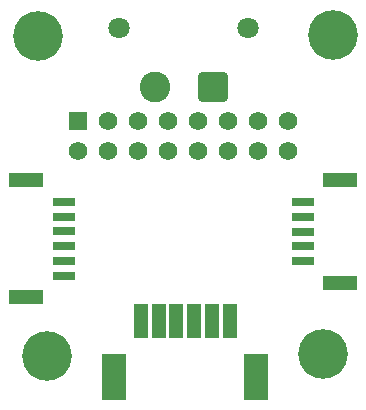
<source format=gbs>
G04*
G04 #@! TF.GenerationSoftware,Altium Limited,Altium Designer,21.6.1 (37)*
G04*
G04 Layer_Color=16711935*
%FSLAX44Y44*%
%MOMM*%
G71*
G04*
G04 #@! TF.SameCoordinates,391FF5D9-400B-44A5-85C8-FE87487BF073*
G04*
G04*
G04 #@! TF.FilePolarity,Negative*
G04*
G01*
G75*
%ADD35C,2.6000*%
G04:AMPARAMS|DCode=36|XSize=2.6mm|YSize=2.6mm|CornerRadius=0.46mm|HoleSize=0mm|Usage=FLASHONLY|Rotation=270.000|XOffset=0mm|YOffset=0mm|HoleType=Round|Shape=RoundedRectangle|*
%AMROUNDEDRECTD36*
21,1,2.6000,1.6800,0,0,270.0*
21,1,1.6800,2.6000,0,0,270.0*
1,1,0.9200,-0.8400,-0.8400*
1,1,0.9200,-0.8400,0.8400*
1,1,0.9200,0.8400,0.8400*
1,1,0.9200,0.8400,-0.8400*
%
%ADD36ROUNDEDRECTD36*%
%ADD37C,1.8000*%
%ADD38R,1.5700X1.5700*%
%ADD39C,1.5700*%
%ADD40C,4.2000*%
%ADD58R,1.2000X2.9000*%
%ADD59R,2.0000X4.0000*%
%ADD60R,1.9000X0.8000*%
%ADD61R,2.9000X1.2000*%
D35*
X267250Y353000D02*
D03*
D36*
X316250D02*
D03*
D37*
X236770Y403038D02*
D03*
X346498Y402530D02*
D03*
D38*
X202400Y324000D02*
D03*
D39*
Y298600D02*
D03*
X227800Y324000D02*
D03*
Y298600D02*
D03*
X253200Y324000D02*
D03*
Y298600D02*
D03*
X278600Y324000D02*
D03*
Y298600D02*
D03*
X304000Y324000D02*
D03*
Y298600D02*
D03*
X329400Y324000D02*
D03*
Y298600D02*
D03*
X354800Y324000D02*
D03*
Y298600D02*
D03*
X380200Y324000D02*
D03*
Y298600D02*
D03*
D40*
X418000Y397000D02*
D03*
X410000Y127000D02*
D03*
X176000Y125000D02*
D03*
X168000Y396000D02*
D03*
D58*
X330500Y154500D02*
D03*
X315500D02*
D03*
X300500D02*
D03*
X285500D02*
D03*
X270500D02*
D03*
X255500D02*
D03*
D59*
X353000Y107500D02*
D03*
X233000D02*
D03*
D60*
X190000Y193000D02*
D03*
Y205500D02*
D03*
Y218000D02*
D03*
Y230500D02*
D03*
Y243000D02*
D03*
Y255500D02*
D03*
X392250Y255250D02*
D03*
Y242750D02*
D03*
Y230250D02*
D03*
Y217750D02*
D03*
Y205250D02*
D03*
D61*
X158000Y274000D02*
D03*
Y174500D02*
D03*
X424250Y186750D02*
D03*
Y273750D02*
D03*
M02*

</source>
